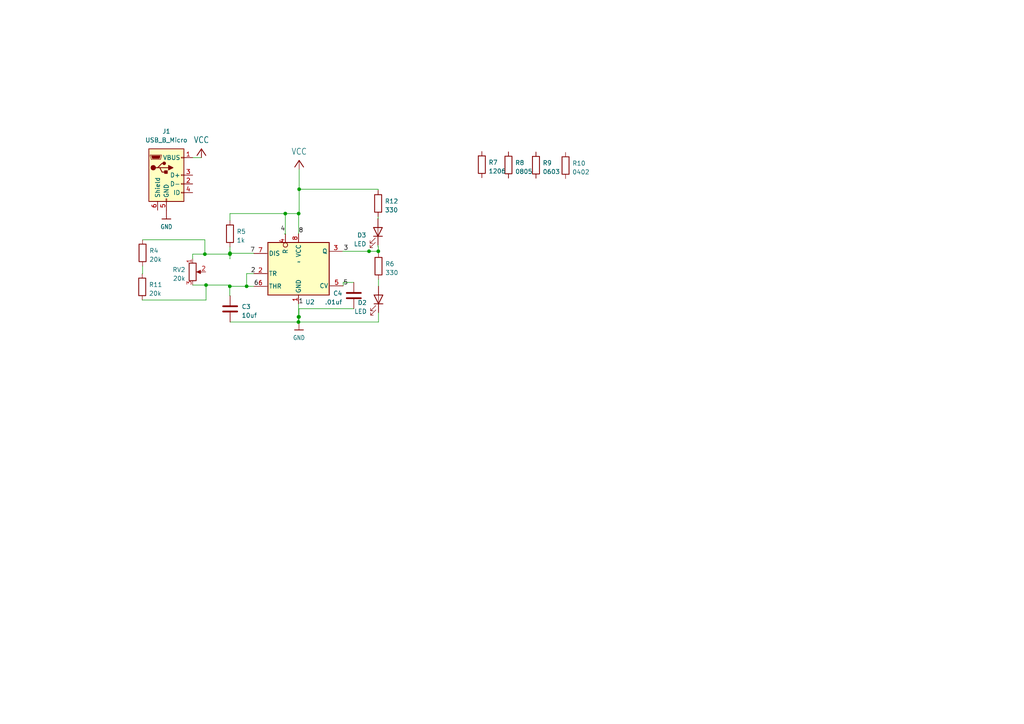
<source format=kicad_sch>
(kicad_sch (version 20231120) (generator "eeschema") (generator_version "8.0")
  (paper "A4")
  (lib_symbols
    (symbol "Adafruit HUZZAH32 ESP32 Feather-eagle-import:GND" (power)
      (property "Value" "GND" (at -1.524 -2.54 0))
      (symbol "GND_1_0"
        (polyline (pts (xy -1.27 0) (xy 1.27 0)) (stroke (width 0.254)))
        (pin power_in line (at 0 2.54 270) (length 2.54) (name "GND") (number "1"))
      )
    )
    (symbol "Adafruit MPU6050-eagle-import:VCC" (power)
      (property "Value" "VCC" (at -2.54 -2.54 90))
      (symbol "VCC_1_0"
        (polyline (pts (xy 0 0) (xy -1.27 -1.905)) (stroke (width 0.254)))
        (polyline (pts (xy 1.27 -1.905) (xy 0 0)) (stroke (width 0.254)))
        (pin power_in line (at 0 -2.54 90) (length 2.54) (name "VCC") (number "1"))
      )
    )
    (symbol "Connector:USB_B_Micro" (pin_names (offset 1.016))
      (property "Reference" "J" (at -5.08 11.43 0))
      (property "Value" "USB_B_Micro" (at -5.08 8.89 0))
      (symbol "USB_B_Micro_0_1"
        (rectangle (start -5.08 -7.62) (end 5.08 7.62) (stroke (width 0.254)) (fill (type background)))
        (circle (center -3.81 2.159) (radius 0.635) (stroke (width 0.254)) (fill (type outline)))
        (circle (center -0.635 3.429) (radius 0.381) (stroke (width 0.254)) (fill (type outline)))
        (rectangle (start -0.127 -7.62) (end 0.127 -6.858))
        (polyline (pts (xy -1.905 2.159) (xy 0.635 2.159)) (stroke (width 0.254)))
        (polyline (pts (xy -3.175 2.159) (xy -2.54 2.159) (xy -1.27 3.429) (xy -0.635 3.429)) (stroke (width 0.254)))
        (polyline (pts (xy -2.54 2.159) (xy -1.905 2.159) (xy -1.27 0.889) (xy 0 0.889)) (stroke (width 0.254)))
        (polyline (pts (xy 0.635 2.794) (xy 0.635 1.524) (xy 1.905 2.159) (xy 0.635 2.794)) (stroke (width 0.254)) (fill (type outline)))
        (polyline (pts (xy -4.318 5.588) (xy -1.778 5.588) (xy -2.032 4.826) (xy -4.064 4.826) (xy -4.318 5.588)) (fill (type outline)))
        (polyline (pts (xy -4.699 5.842) (xy -4.699 5.588) (xy -4.445 4.826) (xy -4.445 4.572) (xy -1.651 4.572) (xy -1.651 4.826) (xy -1.397 5.588) (xy -1.397 5.842) (xy -4.699 5.842)))
        (rectangle (start 0.254 1.27) (end -0.508 0.508) (stroke (width 0.254)) (fill (type outline)))
        (rectangle (start 5.08 -5.207) (end 4.318 -4.953))
        (rectangle (start 5.08 -2.667) (end 4.318 -2.413))
        (rectangle (start 5.08 -0.127) (end 4.318 0.127))
        (rectangle (start 5.08 4.953) (end 4.318 5.207))
      )
      (symbol "USB_B_Micro_1_1"
        (pin power_out line (at 7.62 5.08 180) (length 2.54) (name "VBUS") (number "1"))
        (pin bidirectional line (at 7.62 -2.54 180) (length 2.54) (name "D-") (number "2"))
        (pin bidirectional line (at 7.62 0 180) (length 2.54) (name "D+") (number "3"))
        (pin passive line (at 7.62 -5.08 180) (length 2.54) (name "ID") (number "4"))
        (pin power_out line (at 0 -10.16 90) (length 2.54) (name "GND") (number "5"))
        (pin passive line (at -2.54 -10.16 90) (length 2.54) (name "Shield") (number "6"))
      )
    )
    (symbol "DPX_IC:555_ASTABLE"
      (property "Reference" "U" (at 0 0 0))
      (symbol "555_ASTABLE_0_0"
        (pin power_in line (at -0.127 -12.192 90) (length 2.54) (name "GND") (number "1"))
        (pin power_in line (at -0.127 8.128 270) (length 2.54) (name "VCC") (number "8"))
      )
      (symbol "555_ASTABLE_0_1"
        (rectangle (start -9.017 -9.652) (end 8.763 5.588) (stroke (width 0.254)) (fill (type background)))
        (rectangle (start -9.017 -9.652) (end 8.763 5.588) (stroke (width 0.254)) (fill (type background)))
      )
      (symbol "555_ASTABLE_1_1"
        (pin input line (at -13.081 -3.429 0) (length 3.81) (name "TR") (number "2"))
        (pin output line (at 12.573 3.048 180) (length 3.81) (name "Q") (number "3"))
        (pin input inverted (at -3.9376 8.0394 270) (length 3.81) (name "R") (number "4"))
        (pin input line (at 12.827 -6.985 180) (length 3.81) (name "CV") (number "5"))
        (pin input line (at -13.081 -7.112 0) (length 3.81) (name "THR") (number "6"))
        (pin input line (at -13.081 2.413 0) (length 3.81) (name "DIS") (number "7"))
      )
    )
    (symbol "Device:C" (pin_numbers hide) (pin_names (offset 0.254))
      (property "Reference" "C" (at 0.635 2.54 0))
      (property "Value" "C" (at 0.635 -2.54 0))
      (symbol "C_0_1"
        (polyline (pts (xy -2.032 -0.762) (xy 2.032 -0.762)) (stroke (width 0.508)))
        (polyline (pts (xy -2.032 0.762) (xy 2.032 0.762)) (stroke (width 0.508)))
      )
      (symbol "C_1_1"
        (pin passive line (at 0 3.81 270) (length 2.794) (name "~") (number "1"))
        (pin passive line (at 0 -3.81 90) (length 2.794) (name "~") (number "2"))
      )
    )
    (symbol "Device:LED" (pin_numbers hide) (pin_names (offset 1.016) hide)
      (property "Reference" "D" (at 0 2.54 0))
      (property "Value" "LED" (at 0 -2.54 0))
      (symbol "LED_0_1"
        (polyline (pts (xy -1.27 -1.27) (xy -1.27 1.27)) (stroke (width 0.254)))
        (polyline (pts (xy -1.27 0) (xy 1.27 0)))
        (polyline (pts (xy 1.27 -1.27) (xy 1.27 1.27) (xy -1.27 0) (xy 1.27 -1.27)) (stroke (width 0.254)))
        (polyline (pts (xy -3.048 -0.762) (xy -4.572 -2.286) (xy -3.81 -2.286) (xy -4.572 -2.286) (xy -4.572 -1.524)))
        (polyline (pts (xy -1.778 -0.762) (xy -3.302 -2.286) (xy -2.54 -2.286) (xy -3.302 -2.286) (xy -3.302 -1.524)))
      )
      (symbol "LED_1_1"
        (pin passive line (at -3.81 0 0) (length 2.54) (name "K") (number "1"))
        (pin passive line (at 3.81 0 180) (length 2.54) (name "A") (number "2"))
      )
    )
    (symbol "Device:R" (pin_numbers hide) (pin_names (offset 0))
      (property "Reference" "R" (at 2.032 0 90))
      (property "Value" "R" (at 0 0 90))
      (symbol "R_0_1"
        (rectangle (start -1.016 -2.54) (end 1.016 2.54) (stroke (width 0.254)))
      )
      (symbol "R_1_1"
        (pin passive line (at 0 3.81 270) (length 1.27) (name "~") (number "1"))
        (pin passive line (at 0 -3.81 90) (length 1.27) (name "~") (number "2"))
      )
    )
    (symbol "Device:R_Potentiometer" (pin_names (offset 1.016) hide)
      (property "Reference" "RV" (at -4.445 0 90))
      (property "Value" "R_Potentiometer" (at -2.54 0 90))
      (symbol "R_Potentiometer_0_1"
        (polyline (pts (xy 2.54 0) (xy 1.524 0)))
        (polyline (pts (xy 1.143 0) (xy 2.286 0.508) (xy 2.286 -0.508) (xy 1.143 0)) (fill (type outline)))
        (rectangle (start 1.016 2.54) (end -1.016 -2.54) (stroke (width 0.254)))
      )
      (symbol "R_Potentiometer_1_1"
        (pin passive line (at 0 3.81 270) (length 1.27) (name "1") (number "1"))
        (pin passive line (at 3.81 0 180) (length 1.27) (name "2") (number "2"))
        (pin passive line (at 0 -3.81 90) (length 1.27) (name "3") (number "3"))
      )
    )
  )
  (junction (at 86.5886 91.912))
  (junction (at 86.5632 93.3985))
  (junction (at 66.6496 83.0353))
  (junction (at 59.4216 73.7108))
  (junction (at 59.7606 82.6797))
  (junction (at 86.7664 54.8877))
  (junction (at 71.5289 83.0353))
  (junction (at 82.7532 61.9466))
  (junction (at 66.7004 73.7108))
  (junction (at 66.7004 73.4556))
  (junction (at 86.7156 91.912))
  (junction (at 107.0356 72.8753))
  (junction (at 86.614 61.9466))
  (junction (at 109.7208 72.8753))
  (wire (pts (xy 109.6264 63.3984) (xy 109.6264 63.4492)))
  (wire (pts (xy 86.614 61.9466) (xy 86.614 67.7953)))
  (wire (pts (xy 41.3512 77.1652) (xy 41.3512 79.4004)))
  (wire (pts (xy 109.7208 72.8753) (xy 109.7788 72.8753)))
  (wire (pts (xy 82.6008 67.8839) (xy 82.778 67.8839)))
  (wire (pts (xy 59.7606 82.6797) (xy 55.88 82.6797)))
  (wire (pts (xy 66.6496 82.6797) (xy 59.7606 82.6797)))
  (wire (pts (xy 82.7532 61.9466) (xy 82.7532 67.789)))
  (wire (pts (xy 86.5886 91.912) (xy 86.7156 91.912)))
  (wire (pts (xy 73.6346 73.5103) (xy 73.6346 73.4556)))
  (wire (pts (xy 66.7004 71.6053) (xy 66.7004 73.4556)))
  (wire (pts (xy 86.7156 89.5377) (xy 86.7156 91.912)))
  (wire (pts (xy 82.7532 61.8517) (xy 82.7532 61.9466)))
  (wire (pts (xy 86.5886 88.1153) (xy 86.5886 91.912)))
  (wire (pts (xy 99.2886 72.8753) (xy 107.0356 72.8753)))
  (wire (pts (xy 66.7004 73.7108) (xy 66.7004 75.0597)))
  (wire (pts (xy 73.6346 73.4556) (xy 66.7004 73.4556)))
  (wire (pts (xy 41.3512 79.4004) (xy 41.2496 79.4004)))
  (wire (pts (xy 59.7606 87.0204) (xy 59.7606 82.6797)))
  (wire (pts (xy 109.7788 81.0033) (xy 109.7788 83.0353)))
  (wire (pts (xy 66.6496 83.0353) (xy 66.6496 82.6797)))
  (wire (pts (xy 55.88 45.72) (xy 58.42 45.72)))
  (wire (pts (xy 109.6772 63.3984) (xy 109.6772 62.8159)))
  (wire (pts (xy 59.4216 73.7108) (xy 55.88 73.7108)))
  (wire (pts (xy 86.7664 49.0728) (xy 86.7664 54.8877)))
  (wire (pts (xy 109.7788 93.3985) (xy 109.7788 90.6553)))
  (wire (pts (xy 66.7004 73.7108) (xy 59.4216 73.7108)))
  (wire (pts (xy 66.6496 85.7785) (xy 66.7512 85.7785)))
  (wire (pts (xy 59.4216 69.5452) (xy 59.4216 73.7108)))
  (wire (pts (xy 66.7512 93.3985) (xy 86.5632 93.3985)))
  (wire (pts (xy 71.5289 79.3523) (xy 71.5289 83.0353)))
  (wire (pts (xy 66.7004 63.9853) (xy 66.7004 61.9466)))
  (wire (pts (xy 66.7004 75.0597) (xy 66.6496 75.0597)))
  (wire (pts (xy 99.5426 81.9177) (xy 102.616 81.9177)))
  (wire (pts (xy 55.88 73.7108) (xy 55.88 75.0597)))
  (wire (pts (xy 109.6264 71.4756) (xy 109.6264 71.0692)))
  (wire (pts (xy 73.6346 83.0353) (xy 71.5289 83.0353)))
  (wire (pts (xy 41.2496 87.0204) (xy 59.7606 87.0204)))
  (wire (pts (xy 102.616 89.5377) (xy 86.7156 89.5377)))
  (wire (pts (xy 109.7788 72.8753) (xy 109.7788 73.3833)))
  (wire (pts (xy 73.6346 79.3523) (xy 71.5289 79.3523)))
  (wire (pts (xy 109.6772 63.3984) (xy 109.6264 63.3984)))
  (wire (pts (xy 41.3512 69.5452) (xy 59.4216 69.5452)))
  (wire (pts (xy 66.7004 73.4556) (xy 66.7004 73.7108)))
  (wire (pts (xy 86.5632 93.3985) (xy 109.7788 93.3985)))
  (wire (pts (xy 109.7208 71.4756) (xy 109.6264 71.4756)))
  (wire (pts (xy 71.5289 83.0353) (xy 66.6496 83.0353)))
  (wire (pts (xy 82.7532 61.9466) (xy 86.614 61.9466)))
  (wire (pts (xy 86.5632 93.3985) (xy 86.5632 91.912)))
  (wire (pts (xy 86.7664 61.9466) (xy 86.614 61.9466)))
  (wire (pts (xy 82.6008 67.789) (xy 82.6008 67.8839)))
  (wire (pts (xy 66.7004 61.9466) (xy 82.7532 61.9466)))
  (wire (pts (xy 66.6496 83.0353) (xy 66.6496 85.7785)))
  (wire (pts (xy 86.614 67.7953) (xy 86.5886 67.7953)))
  (wire (pts (xy 107.0356 72.8283) (xy 107.0356 72.8753)))
  (wire (pts (xy 82.7532 67.789) (xy 82.6008 67.789)))
  (wire (pts (xy 109.6772 54.8877) (xy 109.6772 55.1959)))
  (wire (pts (xy 86.7664 54.8877) (xy 109.6772 54.8877)))
  (wire (pts (xy 99.5426 82.9083) (xy 99.5426 81.9177)))
  (wire (pts (xy 86.7156 91.912) (xy 86.7156 93.1445)))
  (wire (pts (xy 107.0356 72.8753) (xy 109.7208 72.8753)))
  (wire (pts (xy 86.7664 54.8877) (xy 86.7664 61.9466)))
  (wire (pts (xy 86.5632 91.912) (xy 86.5886 91.912)))
  (wire (pts (xy 109.7208 72.8753) (xy 109.7208 71.4756)))
  (label "2" (at 72.7247 79.3523 0))
  (label "6" (at 73.6346 83.0353 0))
  (label "8" (at 86.5886 67.7953 0))
  (label "4" (at 82.7532 67.3333 180))
  (label "7" (at 72.5442 73.4556 0))
  (label "5" (at 99.5426 82.9083 0))
  (label "1" (at 86.5886 88.3632 0))
  (label "3" (at 99.6213 72.8753 0))
  (symbol (lib_id "Device:LED") (at 109.7788 86.8453 270) (mirror x) (unit 1)
    (property "Reference" "D2" (at 106.426 87.7978 90) (effects (justify right)))
    (property "Value" "LED" (at 106.426 90.3378 90) (effects (justify right)))
    (property "Footprint" "LED_SMD:LED_0805_2012Metric_Pad1.15x1.40mm_HandSolder" (effects (hide yes)))
  )
  (symbol (lib_id "Adafruit MPU6050-eagle-import:VCC") (at 86.7664 46.5328 0) (unit 1)
    (property "Reference" "#P+02" (effects (hide yes)))
    (property "Value" "VCC" (at 86.7664 43.942 0) (effects (font (size 1.778 1.5113))))
  )
  (symbol (lib_id "Device:LED") (at 109.6264 67.2592 270) (mirror x) (unit 1)
    (property "Reference" "D3" (at 106.2736 68.2117 90) (effects (justify right)))
    (property "Value" "LED" (at 106.2736 70.7517 90) (effects (justify right)))
    (property "Footprint" "LED_SMD:LED_1206_3216Metric_Pad1.42x1.75mm_HandSolder" (effects (hide yes)))
  )
  (symbol (lib_id "Device:R") (at 109.6772 59.0059 0) (unit 1)
    (property "Reference" "R12" (at 111.6076 58.3709 0) (effects (justify left)))
    (property "Value" "330" (at 111.6076 60.9109 0) (effects (justify left)))
    (property "Footprint" "Capacitor_SMD:C_0805_2012Metric_Pad1.18x1.45mm_HandSolder" (effects (hide yes)))
  )
  (symbol (lib_id "DPX_IC:555_ASTABLE") (at 86.7156 75.9233 0) (unit 1)
    (property "Reference" "U2" (at 88.5445 87.6073 0) (effects (justify left)))
    (property "Value" "~" (at 86.7156 75.9233 0))
    (property "Footprint" "Package_SO:SOIC-8_3.9x4.9mm_P1.27mm" (effects (hide yes)))
  )
  (symbol (lib_id "Device:R") (at 155.448 47.9044 0) (unit 1)
    (property "Reference" "R9" (at 157.3784 47.2694 0) (effects (justify left)))
    (property "Value" "0603" (at 157.3784 49.8094 0) (effects (justify left)))
    (property "Footprint" "Resistor_SMD:R_0603_1608Metric_Pad0.98x0.95mm_HandSolder" (effects (hide yes)))
  )
  (symbol (lib_id "Device:R") (at 147.4724 47.8536 0) (unit 1)
    (property "Reference" "R8" (at 149.4028 47.2186 0) (effects (justify left)))
    (property "Value" "0805" (at 149.4028 49.7586 0) (effects (justify left)))
    (property "Footprint" "Resistor_SMD:R_0805_2012Metric_Pad1.20x1.40mm_HandSolder" (effects (hide yes)))
  )
  (symbol (lib_id "Device:C") (at 66.7512 89.5885 0) (unit 1)
    (property "Reference" "C3" (at 70.0532 88.9535 0) (effects (justify left)))
    (property "Value" "10uf" (at 70.0532 91.4935 0) (effects (justify left)))
    (property "Footprint" "Capacitor_SMD:C_1206_3216Metric_Pad1.33x1.80mm_HandSolder" (effects (hide yes)))
  )
  (symbol (lib_id "Device:C") (at 102.616 85.7277 0) (mirror y) (unit 1)
    (property "Reference" "C4" (at 99.314 85.0927 0) (effects (justify left)))
    (property "Value" ".01uf" (at 99.314 87.6327 0) (effects (justify left)))
    (property "Footprint" "Capacitor_SMD:C_0805_2012Metric_Pad1.18x1.45mm_HandSolder" (effects (hide yes)))
  )
  (symbol (lib_id "Device:R") (at 41.2496 83.2104 0) (unit 1)
    (property "Reference" "R11" (at 43.18 82.5754 0) (effects (justify left)))
    (property "Value" "20k" (at 43.18 85.1154 0) (effects (justify left)))
    (property "Footprint" "Capacitor_SMD:C_0402_1005Metric_Pad0.74x0.62mm_HandSolder" (effects (hide yes)))
  )
  (symbol (lib_id "Adafruit HUZZAH32 ESP32 Feather-eagle-import:GND") (at 86.7156 95.6845 0) (unit 1)
    (property "Reference" "#01" (effects (hide yes)))
    (property "Value" "GND" (at 86.7156 97.9669 0) (effects (font (size 1.27 1.0795))))
  )
  (symbol (lib_id "Device:R") (at 139.7508 47.752 0) (unit 1)
    (property "Reference" "R7" (at 141.6812 47.117 0) (effects (justify left)))
    (property "Value" "1206" (at 141.6812 49.657 0) (effects (justify left)))
    (property "Footprint" "Resistor_SMD:R_1206_3216Metric_Pad1.30x1.75mm_HandSolder" (effects (hide yes)))
  )
  (symbol (lib_id "Device:R") (at 164.0332 48.006 0) (unit 1)
    (property "Reference" "R10" (at 165.9636 47.371 0) (effects (justify left)))
    (property "Value" "0402" (at 165.9636 49.911 0) (effects (justify left)))
    (property "Footprint" "Resistor_SMD:R_0402_1005Metric_Pad0.72x0.64mm_HandSolder" (effects (hide yes)))
  )
  (symbol (lib_id "Adafruit MPU6050-eagle-import:VCC") (at 58.42 43.18 0) (unit 1)
    (property "Reference" "#P+03" (effects (hide yes)))
    (property "Value" "VCC" (at 58.42 40.5892 0) (effects (font (size 1.778 1.5113))))
  )
  (symbol (lib_id "Connector:USB_B_Micro") (at 48.26 50.8 0) (unit 1)
    (property "Reference" "J1" (at 48.26 38.1 0))
    (property "Value" "USB_B_Micro" (at 48.26 40.64 0))
    (property "Footprint" "Connector_USB:USB_Micro-B_Wuerth_629105150521_CircularHoles" (effects (hide yes)))
  )
  (symbol (lib_id "Device:R_Potentiometer") (at 55.88 78.8697 0) (unit 1)
    (property "Reference" "RV2" (at 53.7972 78.2347 0) (effects (justify right)))
    (property "Value" "20k" (at 53.7972 80.7747 0) (effects (justify right)))
  )
  (symbol (lib_id "Device:R") (at 109.7788 77.1933 0) (unit 1)
    (property "Reference" "R6" (at 111.7092 76.5583 0) (effects (justify left)))
    (property "Value" "330" (at 111.7092 79.0983 0) (effects (justify left)))
    (property "Footprint" "Capacitor_SMD:C_0805_2012Metric_Pad1.18x1.45mm_HandSolder" (effects (hide yes)))
  )
  (symbol (lib_id "Device:R") (at 41.3512 73.3552 0) (unit 1)
    (property "Reference" "R4" (at 43.2816 72.7202 0) (effects (justify left)))
    (property "Value" "20k" (at 43.2816 75.2602 0) (effects (justify left)))
    (property "Footprint" "Capacitor_SMD:C_0805_2012Metric_Pad1.18x1.45mm_HandSolder" (effects (hide yes)))
  )
  (symbol (lib_id "Device:R") (at 66.7004 67.7953 0) (unit 1)
    (property "Reference" "R5" (at 68.6308 67.1603 0) (effects (justify left)))
    (property "Value" "1k" (at 68.6308 69.7003 0) (effects (justify left)))
    (property "Footprint" "Capacitor_SMD:C_0805_2012Metric_Pad1.18x1.45mm_HandSolder" (effects (hide yes)))
  )
  (symbol (lib_id "Adafruit HUZZAH32 ESP32 Feather-eagle-import:GND") (at 48.26 63.5 0) (unit 1)
    (property "Reference" "#02" (effects (hide yes)))
    (property "Value" "GND" (at 48.26 65.7824 0) (effects (font (size 1.27 1.0795))))
  )
)
</source>
